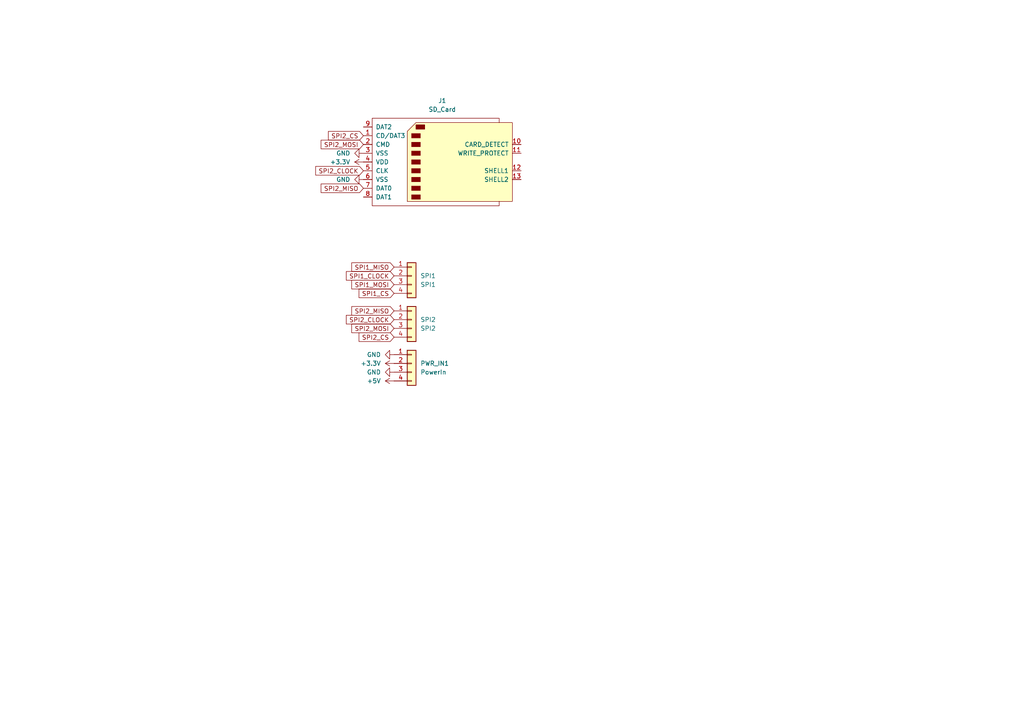
<source format=kicad_sch>
(kicad_sch (version 20230121) (generator eeschema)
  (paper "A4")
  (lib_symbols
    (symbol "Connector:SD_Card" (pin_names (offset 1.016))
      (property "Reference" "J" (at -16.51 13.97 0))
      (property "Value" "SD_Card" (at 15.24 -13.97 0))
      (symbol "SD_Card_0_1"
        (rectangle (start -8.89 -9.525) (end -6.35 -10.795) (fill (type outline)))
        (rectangle (start -8.89 -6.985) (end -6.35 -8.255) (fill (type outline)))
        (rectangle (start -8.89 -4.445) (end -6.35 -5.715) (fill (type outline)))
        (rectangle (start -8.89 -1.905) (end -6.35 -3.175) (fill (type outline)))
        (rectangle (start -8.89 0.635) (end -6.35 -0.635) (fill (type outline)))
        (rectangle (start -8.89 3.175) (end -6.35 1.905) (fill (type outline)))
        (rectangle (start -8.89 5.715) (end -6.35 4.445) (fill (type outline)))
        (rectangle (start -8.89 8.255) (end -6.35 6.985) (fill (type outline)))
        (rectangle (start -7.62 10.795) (end -5.08 9.525) (fill (type outline)))
        (polyline (pts (xy -10.16 8.89) (xy -7.62 11.43) (xy 20.32 11.43) (xy 20.32 -11.43) (xy -10.16 -11.43) (xy -10.16 8.89)) (fill (type background)))
        (polyline (pts (xy 16.51 11.43) (xy 16.51 12.7) (xy -20.32 12.7) (xy -20.32 -12.7) (xy 16.51 -12.7) (xy 16.51 -11.43)))
      )
      (symbol "SD_Card_1_1"
        (pin input line (at -22.86 7.62 0) (length 2.54) (name "CD/DAT3") (number "1"))
        (pin input line (at 22.86 5.08 180) (length 2.54) (name "CARD_DETECT") (number "10"))
        (pin input line (at 22.86 2.54 180) (length 2.54) (name "WRITE_PROTECT") (number "11"))
        (pin input line (at 22.86 -2.54 180) (length 2.54) (name "SHELL1") (number "12"))
        (pin input line (at 22.86 -5.08 180) (length 2.54) (name "SHELL2") (number "13"))
        (pin input line (at -22.86 5.08 0) (length 2.54) (name "CMD") (number "2"))
        (pin power_in line (at -22.86 2.54 0) (length 2.54) (name "VSS") (number "3"))
        (pin power_in line (at -22.86 0 0) (length 2.54) (name "VDD") (number "4"))
        (pin input line (at -22.86 -2.54 0) (length 2.54) (name "CLK") (number "5"))
        (pin power_in line (at -22.86 -5.08 0) (length 2.54) (name "VSS") (number "6"))
        (pin input line (at -22.86 -7.62 0) (length 2.54) (name "DAT0") (number "7"))
        (pin input line (at -22.86 -10.16 0) (length 2.54) (name "DAT1") (number "8"))
        (pin input line (at -22.86 10.16 0) (length 2.54) (name "DAT2") (number "9"))
      )
    )
    (symbol "Connector_Generic:Conn_01x04" (pin_names (offset 1.016) hide)
      (property "Reference" "J" (at 0 5.08 0))
      (property "Value" "Conn_01x04" (at 0 -7.62 0))
      (symbol "Conn_01x04_1_1"
        (rectangle (start -1.27 -4.953) (end 0 -5.207) (stroke (width 0.1524)))
        (rectangle (start -1.27 -2.413) (end 0 -2.667) (stroke (width 0.1524)))
        (rectangle (start -1.27 0.127) (end 0 -0.127) (stroke (width 0.1524)))
        (rectangle (start -1.27 2.667) (end 0 2.413) (stroke (width 0.1524)))
        (rectangle (start -1.27 3.81) (end 1.27 -6.35) (stroke (width 0.254)) (fill (type background)))
        (pin passive line (at -5.08 2.54 0) (length 3.81) (name "Pin_1") (number "1"))
        (pin passive line (at -5.08 0 0) (length 3.81) (name "Pin_2") (number "2"))
        (pin passive line (at -5.08 -2.54 0) (length 3.81) (name "Pin_3") (number "3"))
        (pin passive line (at -5.08 -5.08 0) (length 3.81) (name "Pin_4") (number "4"))
      )
    )
    (symbol "power:+3.3V" (power) (pin_names (offset 0))
      (property "Value" "+3.3V" (at 0 3.556 0))
      (symbol "+3.3V_0_1"
        (polyline (pts (xy -0.762 1.27) (xy 0 2.54)))
        (polyline (pts (xy 0 0) (xy 0 2.54)))
        (polyline (pts (xy 0 2.54) (xy 0.762 1.27)))
      )
      (symbol "+3.3V_1_1"
        (pin power_in line (at 0 0 90) (length 0) hide (name "+3.3V") (number "1"))
      )
    )
    (symbol "power:+5V" (power) (pin_names (offset 0))
      (property "Value" "+5V" (at 0 3.556 0))
      (symbol "+5V_0_1"
        (polyline (pts (xy -0.762 1.27) (xy 0 2.54)))
        (polyline (pts (xy 0 0) (xy 0 2.54)))
        (polyline (pts (xy 0 2.54) (xy 0.762 1.27)))
      )
      (symbol "+5V_1_1"
        (pin power_in line (at 0 0 90) (length 0) hide (name "+5V") (number "1"))
      )
    )
    (symbol "power:GND" (power) (pin_names (offset 0))
      (property "Value" "GND" (at 0 -3.81 0))
      (symbol "GND_0_1"
        (polyline (pts (xy 0 0) (xy 0 -1.27) (xy 1.27 -1.27) (xy 0 -2.54) (xy -1.27 -1.27) (xy 0 -1.27)))
      )
      (symbol "GND_1_1"
        (pin power_in line (at 0 0 270) (length 0) hide (name "GND") (number "1"))
      )
    )
  )
  (global_label "SPI2_CS" (shape input) (at 114.3 97.79 180) (property "Intersheetrefs" "${INTERSHEET_REFS}" (effects hide)))
  (global_label "SPI1_MOSI" (shape input) (at 114.3 82.55 180) (property "Intersheetrefs" "${INTERSHEET_REFS}" (effects hide)))
  (global_label "SPI2_MISO" (shape input) (at 114.3 90.17 180) (property "Intersheetrefs" "${INTERSHEET_REFS}" (effects hide)))
  (global_label "SPI2_MOSI" (shape input) (at 114.3 95.25 180) (property "Intersheetrefs" "${INTERSHEET_REFS}" (effects hide)))
  (global_label "SPI2_MOSI" (shape input) (at 105.41 41.91 180) (property "Intersheetrefs" "${INTERSHEET_REFS}" (effects hide)))
  (global_label "SPI1_CLOCK" (shape input) (at 114.3 80.01 180) (property "Intersheetrefs" "${INTERSHEET_REFS}" (effects hide)))
  (global_label "SPI2_MISO" (shape input) (at 105.41 54.61 180) (property "Intersheetrefs" "${INTERSHEET_REFS}" (effects hide)))
  (global_label "SPI1_MISO" (shape input) (at 114.3 77.47 180) (property "Intersheetrefs" "${INTERSHEET_REFS}" (effects hide)))
  (global_label "SPI2_CLOCK" (shape input) (at 105.41 49.53 180) (property "Intersheetrefs" "${INTERSHEET_REFS}" (effects hide)))
  (global_label "SPI2_CS" (shape input) (at 105.41 39.37 180) (property "Intersheetrefs" "${INTERSHEET_REFS}" (effects hide)))
  (global_label "SPI2_CLOCK" (shape input) (at 114.3 92.71 180) (property "Intersheetrefs" "${INTERSHEET_REFS}" (effects hide)))
  (global_label "SPI1_CS" (shape input) (at 114.3 85.09 180) (property "Intersheetrefs" "${INTERSHEET_REFS}" (effects hide)))
  (symbol (lib_id "power:GND") (at 105.41 52.07 270) (unit 1)
    (property "Reference" "#PWR03" (effects hide))
    (property "Value" "GND" (at 101.6 52.07 90) (effects (justify right)))
  )
  (symbol (lib_id "power:GND") (at 114.3 102.87 270) (unit 1)
    (property "Reference" "#PWR013" (effects hide))
    (property "Value" "GND" (at 110.49 102.87 90) (effects (justify right)))
  )
  (symbol (lib_id "power:+5V") (at 114.3 110.49 90) (unit 1)
    (property "Reference" "#PWR012" (effects hide))
    (property "Value" "+5V" (at 110.49 110.49 90) (effects (justify left)))
  )
  (symbol (lib_id "power:+3.3V") (at 114.3 105.41 90) (unit 1)
    (property "Reference" "#PWR010" (effects hide))
    (property "Value" "+3.3V" (at 110.49 105.41 90) (effects (justify left)))
  )
  (symbol (lib_id "power:GND") (at 105.41 44.45 270) (unit 1)
    (property "Reference" "#PWR02" (effects hide))
    (property "Value" "GND" (at 101.6 44.45 90) (effects (justify right)))
  )
  (symbol (lib_id "Connector_Generic:Conn_01x04") (at 119.38 105.41 0) (unit 1)
    (property "Reference" "PWR_IN1" (at 121.92 105.41 0) (effects (justify left)))
    (property "Value" "PowerIn" (at 121.92 107.95 0) (effects (justify left)))
    (property "Footprint" "Connector_PinSocket_2.54mm:PinSocket_1x04_P2.54mm_Vertical" (effects hide))
  )
  (symbol (lib_id "power:GND") (at 114.3 107.95 270) (unit 1)
    (property "Reference" "#PWR014" (effects hide))
    (property "Value" "GND" (at 110.49 107.95 90) (effects (justify right)))
  )
  (symbol (lib_id "Connector_Generic:Conn_01x04") (at 119.38 92.71 0) (unit 1)
    (property "Reference" "SPI2" (at 121.92 92.71 0) (effects (justify left)))
    (property "Value" "SPI2" (at 121.92 95.25 0) (effects (justify left)))
    (property "Footprint" "Connector_PinSocket_2.54mm:PinSocket_1x04_P2.54mm_Vertical" (effects hide))
  )
  (symbol (lib_id "Connector_Generic:Conn_01x04") (at 119.38 80.01 0) (unit 1)
    (property "Reference" "SPI1" (at 121.92 80.01 0) (effects (justify left)))
    (property "Value" "SPI1" (at 121.92 82.55 0) (effects (justify left)))
    (property "Footprint" "Connector_PinSocket_2.54mm:PinSocket_1x04_P2.54mm_Vertical" (effects hide))
  )
  (symbol (lib_id "Connector:SD_Card") (at 128.27 46.99 0) (unit 1)
    (property "Reference" "J1" (at 128.27 29.21 0))
    (property "Value" "SD_Card" (at 128.27 31.75 0))
    (property "Footprint" "Connector_Card:SD_Kyocera_145638009211859+" (effects hide))
    (property "Datasheet" "http://portal.fciconnect.com/Comergent//fci/drawing/10067847.pdf" (effects hide))
  )
  (symbol (lib_id "power:+3.3V") (at 105.41 46.99 90) (unit 1)
    (property "Reference" "#PWR01" (effects hide))
    (property "Value" "+3.3V" (at 101.6 46.99 90) (effects (justify left)))
  )
)
</source>
